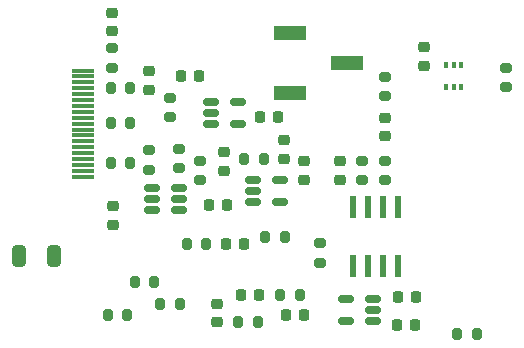
<source format=gbr>
%TF.GenerationSoftware,KiCad,Pcbnew,(6.0.11)*%
%TF.CreationDate,2024-01-26T14:49:33-06:00*%
%TF.ProjectId,voltage_sense,766f6c74-6167-4655-9f73-656e73652e6b,rev?*%
%TF.SameCoordinates,Original*%
%TF.FileFunction,Paste,Top*%
%TF.FilePolarity,Positive*%
%FSLAX46Y46*%
G04 Gerber Fmt 4.6, Leading zero omitted, Abs format (unit mm)*
G04 Created by KiCad (PCBNEW (6.0.11)) date 2024-01-26 14:49:33*
%MOMM*%
%LPD*%
G01*
G04 APERTURE LIST*
G04 Aperture macros list*
%AMRoundRect*
0 Rectangle with rounded corners*
0 $1 Rounding radius*
0 $2 $3 $4 $5 $6 $7 $8 $9 X,Y pos of 4 corners*
0 Add a 4 corners polygon primitive as box body*
4,1,4,$2,$3,$4,$5,$6,$7,$8,$9,$2,$3,0*
0 Add four circle primitives for the rounded corners*
1,1,$1+$1,$2,$3*
1,1,$1+$1,$4,$5*
1,1,$1+$1,$6,$7*
1,1,$1+$1,$8,$9*
0 Add four rect primitives between the rounded corners*
20,1,$1+$1,$2,$3,$4,$5,0*
20,1,$1+$1,$4,$5,$6,$7,0*
20,1,$1+$1,$6,$7,$8,$9,0*
20,1,$1+$1,$8,$9,$2,$3,0*%
G04 Aperture macros list end*
%ADD10R,0.558800X1.981200*%
%ADD11RoundRect,0.150000X-0.512500X-0.150000X0.512500X-0.150000X0.512500X0.150000X-0.512500X0.150000X0*%
%ADD12RoundRect,0.200000X0.200000X0.275000X-0.200000X0.275000X-0.200000X-0.275000X0.200000X-0.275000X0*%
%ADD13RoundRect,0.200000X0.275000X-0.200000X0.275000X0.200000X-0.275000X0.200000X-0.275000X-0.200000X0*%
%ADD14RoundRect,0.225000X-0.225000X-0.250000X0.225000X-0.250000X0.225000X0.250000X-0.225000X0.250000X0*%
%ADD15RoundRect,0.150000X0.512500X0.150000X-0.512500X0.150000X-0.512500X-0.150000X0.512500X-0.150000X0*%
%ADD16RoundRect,0.225000X-0.250000X0.225000X-0.250000X-0.225000X0.250000X-0.225000X0.250000X0.225000X0*%
%ADD17RoundRect,0.200000X-0.200000X-0.275000X0.200000X-0.275000X0.200000X0.275000X-0.200000X0.275000X0*%
%ADD18R,0.420000X0.600000*%
%ADD19RoundRect,0.200000X-0.275000X0.200000X-0.275000X-0.200000X0.275000X-0.200000X0.275000X0.200000X0*%
%ADD20RoundRect,0.225000X0.225000X0.250000X-0.225000X0.250000X-0.225000X-0.250000X0.225000X-0.250000X0*%
%ADD21R,1.900000X0.300000*%
%ADD22RoundRect,0.250000X-0.325000X-0.650000X0.325000X-0.650000X0.325000X0.650000X-0.325000X0.650000X0*%
%ADD23R,2.790000X1.190000*%
%ADD24RoundRect,0.225000X0.250000X-0.225000X0.250000X0.225000X-0.250000X0.225000X-0.250000X-0.225000X0*%
G04 APERTURE END LIST*
%TO.C,J4*%
G36*
X9096000Y23995900D02*
G01*
X7775200Y23995900D01*
X7775200Y24173700D01*
X9096000Y24173700D01*
X9096000Y23995900D01*
G37*
G36*
X9070600Y20008100D02*
G01*
X7749800Y20008100D01*
X7749800Y20185900D01*
X9070600Y20185900D01*
X9070600Y20008100D01*
G37*
G36*
X9070600Y18992100D02*
G01*
X7749800Y18992100D01*
X7749800Y19169900D01*
X9070600Y19169900D01*
X9070600Y18992100D01*
G37*
G36*
X9045200Y22979900D02*
G01*
X7724400Y22979900D01*
X7724400Y23157700D01*
X9045200Y23157700D01*
X9045200Y22979900D01*
G37*
G36*
X9070600Y19500100D02*
G01*
X7749800Y19500100D01*
X7749800Y19677900D01*
X9070600Y19677900D01*
X9070600Y19500100D01*
G37*
G36*
X9070600Y26993100D02*
G01*
X7749800Y26993100D01*
X7749800Y27170900D01*
X9070600Y27170900D01*
X9070600Y26993100D01*
G37*
G36*
X9045200Y23487900D02*
G01*
X7724400Y23487900D01*
X7724400Y23665700D01*
X9045200Y23665700D01*
X9045200Y23487900D01*
G37*
G36*
X9045200Y24986500D02*
G01*
X7724400Y24986500D01*
X7724400Y25164300D01*
X9045200Y25164300D01*
X9045200Y24986500D01*
G37*
G36*
X9070600Y26002500D02*
G01*
X7749800Y26002500D01*
X7749800Y26180300D01*
X9070600Y26180300D01*
X9070600Y26002500D01*
G37*
G36*
X9070600Y26485100D02*
G01*
X7749800Y26485100D01*
X7749800Y26662900D01*
X9070600Y26662900D01*
X9070600Y26485100D01*
G37*
G36*
X9070600Y24503900D02*
G01*
X7749800Y24503900D01*
X7749800Y24681700D01*
X9070600Y24681700D01*
X9070600Y24503900D01*
G37*
G36*
X9045200Y21989300D02*
G01*
X7724400Y21989300D01*
X7724400Y22167100D01*
X9045200Y22167100D01*
X9045200Y21989300D01*
G37*
G36*
X9070600Y20490700D02*
G01*
X7749800Y20490700D01*
X7749800Y20668500D01*
X9070600Y20668500D01*
X9070600Y20490700D01*
G37*
G36*
X9070600Y27501100D02*
G01*
X7749800Y27501100D01*
X7749800Y27678900D01*
X9070600Y27678900D01*
X9070600Y27501100D01*
G37*
G36*
X9070600Y22497300D02*
G01*
X7749800Y22497300D01*
X7749800Y22675100D01*
X9070600Y22675100D01*
X9070600Y22497300D01*
G37*
G36*
X9045200Y21506700D02*
G01*
X7724400Y21506700D01*
X7724400Y21684500D01*
X9045200Y21684500D01*
X9045200Y21506700D01*
G37*
G36*
X9070600Y25494500D02*
G01*
X7749800Y25494500D01*
X7749800Y25672300D01*
X9070600Y25672300D01*
X9070600Y25494500D01*
G37*
G36*
X9045200Y18484100D02*
G01*
X7724400Y18484100D01*
X7724400Y18661900D01*
X9045200Y18661900D01*
X9045200Y18484100D01*
G37*
G36*
X9070600Y20998700D02*
G01*
X7749800Y20998700D01*
X7749800Y21176500D01*
X9070600Y21176500D01*
X9070600Y20998700D01*
G37*
%TD*%
D10*
%TO.C,U7*%
X31127700Y11074400D03*
X32397700Y11074400D03*
X33667700Y11074400D03*
X34937700Y11074400D03*
X34937700Y16002000D03*
X33667700Y16002000D03*
X32397700Y16002000D03*
X31127700Y16002000D03*
%TD*%
D11*
%TO.C,U3*%
X22615200Y18348300D03*
X22615200Y17398300D03*
X22615200Y16448300D03*
X24890200Y16448300D03*
X24890200Y18348300D03*
%TD*%
D12*
%TO.C,R10*%
X14287000Y9715500D03*
X12637000Y9715500D03*
%TD*%
D13*
%TO.C,R13*%
X33782000Y25400500D03*
X33782000Y27050500D03*
%TD*%
D14*
%TO.C,C6*%
X34912000Y8445500D03*
X36462000Y8445500D03*
%TD*%
D15*
%TO.C,U9*%
X32760500Y6352500D03*
X32760500Y7302500D03*
X32760500Y8252500D03*
X30485500Y8252500D03*
X30485500Y6352500D03*
%TD*%
D16*
%TO.C,C2*%
X29972000Y19888500D03*
X29972000Y18338500D03*
%TD*%
D12*
%TO.C,R4*%
X12255000Y23177500D03*
X10605000Y23177500D03*
%TD*%
D13*
%TO.C,R6*%
X16383000Y19304500D03*
X16383000Y20954500D03*
%TD*%
D16*
%TO.C,C39*%
X10668000Y32461500D03*
X10668000Y30911500D03*
%TD*%
%TO.C,C8*%
X25273000Y21666500D03*
X25273000Y20116500D03*
%TD*%
D12*
%TO.C,R66*%
X26606000Y8572500D03*
X24956000Y8572500D03*
%TD*%
%TO.C,R71*%
X41592000Y5270500D03*
X39942000Y5270500D03*
%TD*%
D13*
%TO.C,R28*%
X15621000Y23622500D03*
X15621000Y25272500D03*
%TD*%
D17*
%TO.C,R16*%
X21400000Y6286500D03*
X23050000Y6286500D03*
%TD*%
D12*
%TO.C,R15*%
X16446000Y7810500D03*
X14796000Y7810500D03*
%TD*%
D18*
%TO.C,U4*%
X38974000Y26164500D03*
X39624000Y26164500D03*
X40274000Y26164500D03*
X40274000Y28064500D03*
X39624000Y28064500D03*
X38974000Y28064500D03*
%TD*%
D11*
%TO.C,IC1*%
X14102500Y17650500D03*
X14102500Y16700500D03*
X14102500Y15750500D03*
X16377500Y15750500D03*
X16377500Y16700500D03*
X16377500Y17650500D03*
%TD*%
D19*
%TO.C,R27*%
X13843000Y20827500D03*
X13843000Y19177500D03*
%TD*%
D20*
%TO.C,C11*%
X21857000Y12890500D03*
X20307000Y12890500D03*
%TD*%
D12*
%TO.C,R31*%
X23558000Y20129500D03*
X21908000Y20129500D03*
%TD*%
%TO.C,R3*%
X17019000Y12921500D03*
X18669000Y12921500D03*
%TD*%
D17*
%TO.C,R14*%
X10351000Y6921500D03*
X12001000Y6921500D03*
%TD*%
D13*
%TO.C,R11*%
X44069000Y26162500D03*
X44069000Y27812500D03*
%TD*%
D19*
%TO.C,R26*%
X28321000Y12953500D03*
X28321000Y11303500D03*
%TD*%
D21*
%TO.C,J4*%
X8268000Y18585500D03*
X8268000Y19085500D03*
X8268000Y19585500D03*
X8268000Y20085500D03*
X8268000Y20585500D03*
X8268000Y21085500D03*
X8268000Y21585500D03*
X8268000Y22085500D03*
X8268000Y22585500D03*
X8268000Y23085500D03*
X8268000Y23585500D03*
X8268000Y24085500D03*
X8268000Y24585500D03*
X8268000Y25085500D03*
X8268000Y25585500D03*
X8268000Y26085500D03*
X8268000Y26585500D03*
X8268000Y27085500D03*
X8268000Y27585500D03*
%TD*%
D19*
%TO.C,R9*%
X18161000Y19938500D03*
X18161000Y18288500D03*
%TD*%
D16*
%TO.C,C9*%
X26924000Y19888500D03*
X26924000Y18338500D03*
%TD*%
D20*
%TO.C,C14*%
X24778000Y23685500D03*
X23228000Y23685500D03*
%TD*%
%TO.C,C15*%
X18047000Y27114500D03*
X16497000Y27114500D03*
%TD*%
D12*
%TO.C,R29*%
X25336000Y13525500D03*
X23686000Y13525500D03*
%TD*%
D16*
%TO.C,C13*%
X19558000Y7823500D03*
X19558000Y6273500D03*
%TD*%
D11*
%TO.C,U1*%
X19091250Y24955500D03*
X19091250Y24005500D03*
X19091250Y23055500D03*
X21366250Y23055500D03*
X21366250Y24955500D03*
%TD*%
D13*
%TO.C,R30*%
X31877000Y18288500D03*
X31877000Y19938500D03*
%TD*%
D19*
%TO.C,R1*%
X10668000Y29463500D03*
X10668000Y27813500D03*
%TD*%
%TO.C,R12*%
X33782000Y19938500D03*
X33782000Y18288500D03*
%TD*%
D22*
%TO.C,FB1*%
X2843000Y11874500D03*
X5793000Y11874500D03*
%TD*%
D12*
%TO.C,R18*%
X12255000Y26098500D03*
X10605000Y26098500D03*
%TD*%
D20*
%TO.C,C21*%
X20460000Y16192500D03*
X18910000Y16192500D03*
%TD*%
%TO.C,C19*%
X26937000Y6921500D03*
X25387000Y6921500D03*
%TD*%
D16*
%TO.C,C12*%
X33782000Y23571500D03*
X33782000Y22021500D03*
%TD*%
D23*
%TO.C,RV1*%
X25779000Y30797500D03*
X30609000Y28257500D03*
X25779000Y25717500D03*
%TD*%
D14*
%TO.C,C4*%
X34785000Y6032500D03*
X36335000Y6032500D03*
%TD*%
D24*
%TO.C,C10*%
X20193000Y19100500D03*
X20193000Y20650500D03*
%TD*%
%TO.C,C3*%
X10795000Y14528500D03*
X10795000Y16078500D03*
%TD*%
D12*
%TO.C,R2*%
X12255000Y19748500D03*
X10605000Y19748500D03*
%TD*%
D20*
%TO.C,C5*%
X23127000Y8572500D03*
X21577000Y8572500D03*
%TD*%
D24*
%TO.C,C1*%
X13843000Y25958500D03*
X13843000Y27508500D03*
%TD*%
D16*
%TO.C,C47*%
X37084000Y29540500D03*
X37084000Y27990500D03*
%TD*%
M02*

</source>
